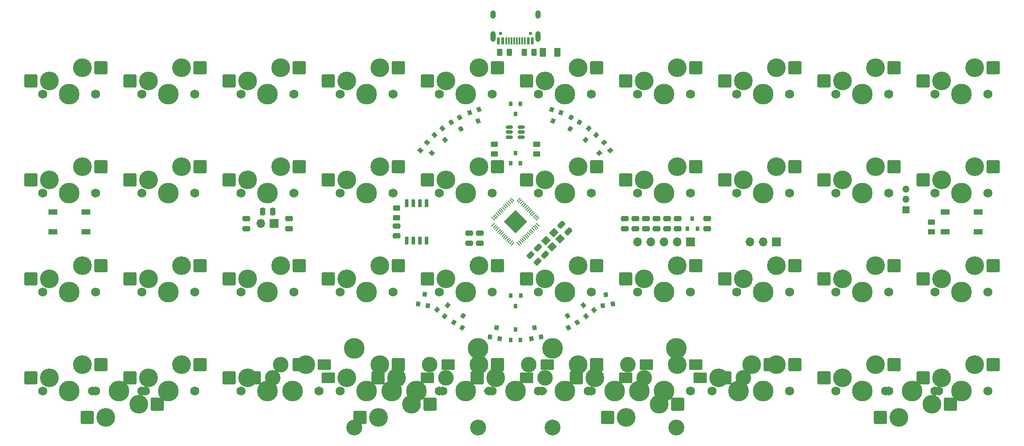
<source format=gbr>
%TF.GenerationSoftware,KiCad,Pcbnew,7.0.8*%
%TF.CreationDate,2023-10-05T16:55:04+02:00*%
%TF.ProjectId,Endeavour-2,456e6465-6176-46f7-9572-2d322e6b6963,rev?*%
%TF.SameCoordinates,Original*%
%TF.FileFunction,Soldermask,Bot*%
%TF.FilePolarity,Negative*%
%FSLAX46Y46*%
G04 Gerber Fmt 4.6, Leading zero omitted, Abs format (unit mm)*
G04 Created by KiCad (PCBNEW 7.0.8) date 2023-10-05 16:55:04*
%MOMM*%
%LPD*%
G01*
G04 APERTURE LIST*
G04 Aperture macros list*
%AMRoundRect*
0 Rectangle with rounded corners*
0 $1 Rounding radius*
0 $2 $3 $4 $5 $6 $7 $8 $9 X,Y pos of 4 corners*
0 Add a 4 corners polygon primitive as box body*
4,1,4,$2,$3,$4,$5,$6,$7,$8,$9,$2,$3,0*
0 Add four circle primitives for the rounded corners*
1,1,$1+$1,$2,$3*
1,1,$1+$1,$4,$5*
1,1,$1+$1,$6,$7*
1,1,$1+$1,$8,$9*
0 Add four rect primitives between the rounded corners*
20,1,$1+$1,$2,$3,$4,$5,0*
20,1,$1+$1,$4,$5,$6,$7,0*
20,1,$1+$1,$6,$7,$8,$9,0*
20,1,$1+$1,$8,$9,$2,$3,0*%
%AMRotRect*
0 Rectangle, with rotation*
0 The origin of the aperture is its center*
0 $1 length*
0 $2 width*
0 $3 Rotation angle, in degrees counterclockwise*
0 Add horizontal line*
21,1,$1,$2,0,0,$3*%
G04 Aperture macros list end*
%ADD10C,3.048000*%
%ADD11C,3.987800*%
%ADD12C,0.650000*%
%ADD13R,0.600000X1.450000*%
%ADD14R,0.300000X1.450000*%
%ADD15O,1.000000X1.600000*%
%ADD16O,1.000000X2.100000*%
%ADD17C,1.750000*%
%ADD18C,3.600000*%
%ADD19RoundRect,0.250000X1.025000X1.000000X-1.025000X1.000000X-1.025000X-1.000000X1.025000X-1.000000X0*%
%ADD20RoundRect,0.250000X0.475000X-0.250000X0.475000X0.250000X-0.475000X0.250000X-0.475000X-0.250000X0*%
%ADD21RotRect,0.900000X0.800000X310.000000*%
%ADD22RotRect,0.900000X0.800000X80.000000*%
%ADD23RoundRect,0.250000X0.262500X0.450000X-0.262500X0.450000X-0.262500X-0.450000X0.262500X-0.450000X0*%
%ADD24RotRect,0.900000X0.800000X290.000000*%
%ADD25RotRect,1.400000X1.200000X45.000000*%
%ADD26RoundRect,0.250000X-1.025000X-1.000000X1.025000X-1.000000X1.025000X1.000000X-1.025000X1.000000X0*%
%ADD27R,0.800000X0.900000*%
%ADD28C,3.000000*%
%ADD29RoundRect,0.200000X1.075000X0.800000X-1.075000X0.800000X-1.075000X-0.800000X1.075000X-0.800000X0*%
%ADD30RoundRect,0.250000X-0.262500X-0.450000X0.262500X-0.450000X0.262500X0.450000X-0.262500X0.450000X0*%
%ADD31RoundRect,0.250000X-0.512652X-0.159099X-0.159099X-0.512652X0.512652X0.159099X0.159099X0.512652X0*%
%ADD32RoundRect,0.250000X-0.503814X-0.132583X-0.132583X-0.503814X0.503814X0.132583X0.132583X0.503814X0*%
%ADD33R,1.350000X1.350000*%
%ADD34O,1.350000X1.350000*%
%ADD35RoundRect,0.250000X-0.375000X-0.625000X0.375000X-0.625000X0.375000X0.625000X-0.375000X0.625000X0*%
%ADD36RotRect,0.900000X0.800000X120.000000*%
%ADD37RotRect,0.900000X0.800000X100.000000*%
%ADD38RotRect,0.900000X0.800000X320.000000*%
%ADD39RotRect,0.900000X0.800000X300.000000*%
%ADD40RoundRect,0.250000X-0.450000X0.262500X-0.450000X-0.262500X0.450000X-0.262500X0.450000X0.262500X0*%
%ADD41RoundRect,0.150000X-0.512500X-0.150000X0.512500X-0.150000X0.512500X0.150000X-0.512500X0.150000X0*%
%ADD42RotRect,0.900000X0.800000X220.000000*%
%ADD43R,1.700000X1.700000*%
%ADD44O,1.700000X1.700000*%
%ADD45RotRect,0.900000X0.800000X230.000000*%
%ADD46RotRect,0.900000X0.800000X250.000000*%
%ADD47RotRect,0.900000X0.800000X130.000000*%
%ADD48RotRect,0.900000X0.800000X60.000000*%
%ADD49R,1.700000X1.000000*%
%ADD50RoundRect,0.250000X0.250000X0.475000X-0.250000X0.475000X-0.250000X-0.475000X0.250000X-0.475000X0*%
%ADD51C,1.000000*%
%ADD52RoundRect,0.250000X-0.475000X0.250000X-0.475000X-0.250000X0.475000X-0.250000X0.475000X0.250000X0*%
%ADD53RotRect,0.900000X0.800000X240.000000*%
%ADD54RoundRect,0.050000X0.238649X0.309359X-0.309359X-0.238649X-0.238649X-0.309359X0.309359X0.238649X0*%
%ADD55RoundRect,0.050000X-0.238649X0.309359X-0.309359X0.238649X0.238649X-0.309359X0.309359X-0.238649X0*%
%ADD56RoundRect,0.144000X0.000000X2.059095X-2.059095X0.000000X0.000000X-2.059095X2.059095X0.000000X0*%
%ADD57RoundRect,0.250000X0.450000X-0.262500X0.450000X0.262500X-0.450000X0.262500X-0.450000X-0.262500X0*%
%ADD58RoundRect,0.150000X-0.150000X0.650000X-0.150000X-0.650000X0.150000X-0.650000X0.150000X0.650000X0*%
%ADD59RotRect,0.900000X0.800000X50.000000*%
G04 APERTURE END LIST*
D10*
%TO.C,REF\u002A\u002A*%
X139571250Y-99465000D03*
D11*
X139571250Y-84225000D03*
D10*
X115758750Y-99465000D03*
D11*
X115758750Y-84225000D03*
%TD*%
D10*
%TO.C,REF\u002A\u002A*%
X177671250Y-99465000D03*
D11*
X177671250Y-84225000D03*
D10*
X153858750Y-99465000D03*
D11*
X153858750Y-84225000D03*
%TD*%
D12*
%TO.C,J1*%
X143825000Y-23642500D03*
X149605000Y-23642500D03*
D13*
X143465000Y-25087500D03*
X144265000Y-25087500D03*
D14*
X145465000Y-25087500D03*
X146465000Y-25087500D03*
X146965000Y-25087500D03*
X147965000Y-25087500D03*
D13*
X149165000Y-25087500D03*
X149965000Y-25087500D03*
X149965000Y-25087500D03*
X149165000Y-25087500D03*
D14*
X148465000Y-25087500D03*
X147465000Y-25087500D03*
X145965000Y-25087500D03*
X144965000Y-25087500D03*
D13*
X144265000Y-25087500D03*
X143465000Y-25087500D03*
D15*
X142395000Y-19992500D03*
D16*
X142395000Y-24172500D03*
D15*
X151035000Y-19992500D03*
D16*
X151035000Y-24172500D03*
%TD*%
D17*
%TO.C,K20*%
X66070000Y-73430000D03*
D11*
X60990000Y-73430000D03*
D17*
X55910000Y-73430000D03*
D18*
X57180000Y-70890000D03*
D19*
X53630000Y-70890000D03*
X67080000Y-68350000D03*
D18*
X63530000Y-68350000D03*
%TD*%
D20*
%TO.C,C5*%
X123850000Y-62560000D03*
X123850000Y-60660000D03*
%TD*%
D21*
%TO.C,D10*%
X131189470Y-43154604D03*
X132644955Y-41933307D03*
X133202788Y-44076044D03*
%TD*%
D22*
%TO.C,D19*%
X143651919Y-82399774D03*
X141780784Y-82069842D03*
X143063648Y-80265192D03*
%TD*%
D17*
%TO.C,K18*%
X218470000Y-54380000D03*
D11*
X213390000Y-54380000D03*
D17*
X208310000Y-54380000D03*
D18*
X209580000Y-51840000D03*
D19*
X206030000Y-51840000D03*
X219480000Y-49300000D03*
D18*
X215930000Y-49300000D03*
%TD*%
D23*
%TO.C,R7*%
X145532500Y-27230000D03*
X143707500Y-27230000D03*
%TD*%
D24*
%TO.C,D2*%
X137925272Y-38875227D03*
X139710688Y-38225388D03*
X139502020Y-40429693D03*
%TD*%
D17*
%TO.C,K23*%
X123220000Y-73430000D03*
D11*
X118140000Y-73430000D03*
D17*
X113060000Y-73430000D03*
D18*
X114330000Y-70890000D03*
D19*
X110780000Y-70890000D03*
X124230000Y-68350000D03*
D18*
X120680000Y-68350000D03*
%TD*%
D17*
%TO.C,K9*%
X237520000Y-35330000D03*
D11*
X232440000Y-35330000D03*
D17*
X227360000Y-35330000D03*
D18*
X228630000Y-32790000D03*
D19*
X225080000Y-32790000D03*
X238530000Y-30250000D03*
D18*
X234980000Y-30250000D03*
%TD*%
D25*
%TO.C,Y0*%
X152551142Y-63496777D03*
X154106777Y-61941142D03*
X155308858Y-63143223D03*
X153753223Y-64698858D03*
%TD*%
D17*
%TO.C,K22*%
X104170000Y-73430000D03*
D11*
X99090000Y-73430000D03*
D17*
X94010000Y-73430000D03*
D18*
X95280000Y-70890000D03*
D19*
X91730000Y-70890000D03*
X105180000Y-68350000D03*
D18*
X101630000Y-68350000D03*
%TD*%
D17*
%TO.C,1.5u2*%
X165447500Y-92480000D03*
D11*
X170527500Y-92480000D03*
D17*
X175607500Y-92480000D03*
D18*
X174337500Y-95020000D03*
D26*
X177887500Y-95020000D03*
X164437500Y-97560000D03*
D18*
X167987500Y-97560000D03*
%TD*%
D27*
%TO.C,D3*%
X145765000Y-37140000D03*
X147665000Y-37140000D03*
X146715000Y-39140000D03*
%TD*%
D17*
%TO.C,1u8*%
X237520000Y-92480000D03*
D11*
X232440000Y-92480000D03*
D17*
X227360000Y-92480000D03*
D18*
X228630000Y-89940000D03*
D19*
X225080000Y-89940000D03*
X238530000Y-87400000D03*
D18*
X234980000Y-87400000D03*
%TD*%
D17*
%TO.C,1u_space1*%
X65435000Y-92480000D03*
D11*
X70515000Y-92480000D03*
D17*
X75595000Y-92480000D03*
D18*
X74325000Y-95020000D03*
D26*
X77875000Y-95020000D03*
X64425000Y-97560000D03*
D18*
X67975000Y-97560000D03*
%TD*%
D17*
%TO.C,2u2*%
X161320000Y-92480000D03*
D11*
X156240000Y-92480000D03*
D28*
X152430000Y-89940000D03*
D17*
X151160000Y-92480000D03*
D29*
X148880000Y-89940000D03*
D19*
X162330000Y-87400000D03*
D18*
X158780000Y-87400000D03*
%TD*%
D17*
%TO.C,K19*%
X237520000Y-54380000D03*
D11*
X232440000Y-54380000D03*
D17*
X227360000Y-54380000D03*
D18*
X228630000Y-51840000D03*
D19*
X225080000Y-51840000D03*
X238530000Y-49300000D03*
D18*
X234980000Y-49300000D03*
%TD*%
D27*
%TO.C,D8*%
X147665000Y-48630000D03*
X145765000Y-48630000D03*
X146715000Y-46630000D03*
%TD*%
D30*
%TO.C,R6*%
X148427500Y-27230000D03*
X150252500Y-27230000D03*
%TD*%
D31*
%TO.C,C3*%
X151030000Y-64870000D03*
X152373502Y-66213502D03*
%TD*%
D32*
%TO.C,R5*%
X149644765Y-66304765D03*
X150935235Y-67595235D03*
%TD*%
D17*
%TO.C,K5*%
X161320000Y-35330000D03*
D11*
X156240000Y-35330000D03*
D17*
X151160000Y-35330000D03*
D18*
X152430000Y-32790000D03*
D19*
X148880000Y-32790000D03*
X162330000Y-30250000D03*
D18*
X158780000Y-30250000D03*
%TD*%
D31*
%TO.C,C2*%
X155516498Y-60406498D03*
X156860000Y-61750000D03*
%TD*%
D20*
%TO.C,C11*%
X169790000Y-61180000D03*
X169790000Y-59280000D03*
%TD*%
D33*
%TO.C,J2*%
X221710000Y-57570000D03*
D34*
X221710000Y-55570000D03*
X221710000Y-53570000D03*
%TD*%
D35*
%TO.C,F0*%
X152000000Y-27230000D03*
X154800000Y-27230000D03*
%TD*%
D36*
%TO.C,D16*%
X158572724Y-79271025D03*
X156927276Y-80221025D03*
X156750000Y-78013975D03*
%TD*%
D17*
%TO.C,2u4*%
X170845000Y-92480000D03*
D28*
X168305000Y-87400000D03*
D11*
X165765000Y-92480000D03*
D17*
X160685000Y-92480000D03*
D18*
X161955000Y-89940000D03*
D19*
X158405000Y-89940000D03*
D29*
X171855000Y-87400000D03*
%TD*%
D37*
%TO.C,D14*%
X165399216Y-75679842D03*
X163528081Y-76009774D03*
X164116352Y-73875192D03*
%TD*%
D38*
%TO.C,D9*%
X128463307Y-46104955D03*
X129684604Y-44649470D03*
X130606044Y-46662788D03*
%TD*%
D17*
%TO.C,K3*%
X123220000Y-35330000D03*
D11*
X118140000Y-35330000D03*
D17*
X113060000Y-35330000D03*
D18*
X114330000Y-32790000D03*
D19*
X110780000Y-32790000D03*
X124230000Y-30250000D03*
D18*
X120680000Y-30250000D03*
%TD*%
D20*
%TO.C,C7*%
X103220000Y-61180000D03*
X103220000Y-59280000D03*
%TD*%
D17*
%TO.C,1u6*%
X199420000Y-92480000D03*
D11*
X194340000Y-92480000D03*
D28*
X190530000Y-89940000D03*
D17*
X189260000Y-92480000D03*
D19*
X186980000Y-89940000D03*
X200430000Y-87400000D03*
D18*
X196880000Y-87400000D03*
%TD*%
D17*
%TO.C,K29*%
X237520000Y-73430000D03*
D11*
X232440000Y-73430000D03*
D17*
X227360000Y-73430000D03*
D18*
X228630000Y-70890000D03*
D19*
X225080000Y-70890000D03*
X238530000Y-68350000D03*
D18*
X234980000Y-68350000D03*
%TD*%
D17*
%TO.C,1u_space2*%
X217835000Y-92480000D03*
D11*
X222915000Y-92480000D03*
D17*
X227995000Y-92480000D03*
D18*
X226725000Y-95020000D03*
D26*
X230275000Y-95020000D03*
X216825000Y-97560000D03*
D18*
X220375000Y-97560000D03*
%TD*%
D17*
%TO.C,K12*%
X104170000Y-54380000D03*
D11*
X99090000Y-54380000D03*
D17*
X94010000Y-54380000D03*
D18*
X95280000Y-51840000D03*
D19*
X91730000Y-51840000D03*
X105180000Y-49300000D03*
D18*
X101630000Y-49300000D03*
%TD*%
D17*
%TO.C,K21*%
X85120000Y-73430000D03*
D11*
X80040000Y-73430000D03*
D17*
X74960000Y-73430000D03*
D18*
X76230000Y-70890000D03*
D19*
X72680000Y-70890000D03*
X86130000Y-68350000D03*
D18*
X82580000Y-68350000D03*
%TD*%
D17*
%TO.C,SPACE1*%
X151795000Y-92480000D03*
D28*
X149255000Y-87400000D03*
D11*
X146715000Y-92480000D03*
D17*
X141635000Y-92480000D03*
D18*
X142905000Y-89940000D03*
D19*
X139355000Y-89940000D03*
D29*
X152805000Y-87400000D03*
%TD*%
D39*
%TO.C,D1*%
X134367276Y-40712950D03*
X136012724Y-39762950D03*
X136190000Y-41970000D03*
%TD*%
D40*
%TO.C,R4*%
X142630000Y-44967500D03*
X142630000Y-46792500D03*
%TD*%
D27*
%TO.C,D18*%
X147660000Y-82590000D03*
X145760000Y-82590000D03*
X146710000Y-80590000D03*
%TD*%
D41*
%TO.C,U44*%
X145572500Y-43570000D03*
X145572500Y-42620000D03*
X145572500Y-41670000D03*
X147847500Y-41670000D03*
X147847500Y-42620000D03*
X147847500Y-43570000D03*
%TD*%
D20*
%TO.C,C4*%
X177880000Y-61180000D03*
X177880000Y-59280000D03*
%TD*%
D27*
%TO.C,D13*%
X145820000Y-74070000D03*
X147720000Y-74070000D03*
X146770000Y-76070000D03*
%TD*%
D20*
%TO.C,C12*%
X167750000Y-61180000D03*
X167750000Y-59280000D03*
%TD*%
D17*
%TO.C,K2*%
X104170000Y-35330000D03*
D11*
X99090000Y-35330000D03*
D17*
X94010000Y-35330000D03*
D18*
X95280000Y-32790000D03*
D19*
X91730000Y-32790000D03*
X105180000Y-30250000D03*
D18*
X101630000Y-30250000D03*
%TD*%
D20*
%TO.C,C17*%
X175860000Y-61180000D03*
X175860000Y-59280000D03*
%TD*%
D42*
%TO.C,D7*%
X163735396Y-44649470D03*
X164956693Y-46104955D03*
X162813956Y-46662788D03*
%TD*%
D17*
%TO.C,K17*%
X199420000Y-54380000D03*
D11*
X194340000Y-54380000D03*
D17*
X189260000Y-54380000D03*
D18*
X190530000Y-51840000D03*
D19*
X186980000Y-51840000D03*
X200430000Y-49300000D03*
D18*
X196880000Y-49300000D03*
%TD*%
D17*
%TO.C,K28*%
X218470000Y-73430000D03*
D11*
X213390000Y-73430000D03*
D17*
X208310000Y-73430000D03*
D18*
X209580000Y-70890000D03*
D19*
X206030000Y-70890000D03*
X219480000Y-68350000D03*
D18*
X215930000Y-68350000D03*
%TD*%
D17*
%TO.C,1u1*%
X66070000Y-92480000D03*
D11*
X60990000Y-92480000D03*
D17*
X55910000Y-92480000D03*
D18*
X57180000Y-89940000D03*
D19*
X53630000Y-89940000D03*
X67080000Y-87400000D03*
D18*
X63530000Y-87400000D03*
%TD*%
D17*
%TO.C,K24*%
X142270000Y-73430000D03*
D11*
X137190000Y-73430000D03*
D17*
X132110000Y-73430000D03*
D18*
X133380000Y-70890000D03*
D19*
X129830000Y-70890000D03*
X143280000Y-68350000D03*
D18*
X139730000Y-68350000D03*
%TD*%
D17*
%TO.C,K25*%
X161320000Y-73430000D03*
D11*
X156240000Y-73430000D03*
D17*
X151160000Y-73430000D03*
D18*
X152430000Y-70890000D03*
D19*
X148880000Y-70890000D03*
X162330000Y-68350000D03*
D18*
X158780000Y-68350000D03*
%TD*%
D43*
%TO.C,J0*%
X180380000Y-63730000D03*
D44*
X177840000Y-63730000D03*
X175300000Y-63730000D03*
X172760000Y-63730000D03*
X170220000Y-63730000D03*
%TD*%
D40*
%TO.C,R3*%
X150780000Y-44967500D03*
X150780000Y-46792500D03*
%TD*%
D17*
%TO.C,1u7*%
X218470000Y-92480000D03*
D11*
X213390000Y-92480000D03*
D17*
X208310000Y-92480000D03*
D18*
X209580000Y-89940000D03*
D19*
X206030000Y-89940000D03*
X219480000Y-87400000D03*
D18*
X215930000Y-87400000D03*
%TD*%
D45*
%TO.C,D6*%
X160785045Y-41933307D03*
X162240530Y-43154604D03*
X160227212Y-44076044D03*
%TD*%
D17*
%TO.C,K13*%
X123220000Y-54380000D03*
D11*
X118140000Y-54380000D03*
D17*
X113060000Y-54380000D03*
D18*
X114330000Y-51840000D03*
D19*
X110780000Y-51840000D03*
X124230000Y-49300000D03*
D18*
X120680000Y-49300000D03*
%TD*%
D17*
%TO.C,K0*%
X66070000Y-35330000D03*
D11*
X60990000Y-35330000D03*
D17*
X55910000Y-35330000D03*
D18*
X57180000Y-32790000D03*
D19*
X53630000Y-32790000D03*
X67080000Y-30250000D03*
D18*
X63530000Y-30250000D03*
%TD*%
D17*
%TO.C,1u3*%
X104170000Y-92480000D03*
D28*
X101630000Y-87400000D03*
D11*
X99090000Y-92480000D03*
D17*
X94010000Y-92480000D03*
D18*
X95280000Y-89940000D03*
D19*
X91730000Y-89940000D03*
X105180000Y-87400000D03*
%TD*%
D17*
%TO.C,K26*%
X180370000Y-73430000D03*
D11*
X175290000Y-73430000D03*
D17*
X170210000Y-73430000D03*
D18*
X171480000Y-70890000D03*
D19*
X167930000Y-70890000D03*
X181380000Y-68350000D03*
D18*
X177830000Y-68350000D03*
%TD*%
D46*
%TO.C,D4*%
X153689312Y-38225388D03*
X155474728Y-38875227D03*
X153897980Y-40429693D03*
%TD*%
D17*
%TO.C,K8*%
X218470000Y-35330000D03*
D11*
X213390000Y-35330000D03*
D17*
X208310000Y-35330000D03*
D18*
X209580000Y-32790000D03*
D19*
X206030000Y-32790000D03*
X219480000Y-30250000D03*
D18*
X215930000Y-30250000D03*
%TD*%
D47*
%TO.C,D15*%
X161760530Y-76845396D03*
X160305045Y-78066693D03*
X159747212Y-75923956D03*
%TD*%
D17*
%TO.C,1u4_offset1*%
X108932500Y-92480000D03*
D11*
X103852500Y-92480000D03*
D28*
X100042500Y-89940000D03*
D17*
X98772500Y-92480000D03*
D19*
X96492500Y-89940000D03*
D29*
X109942500Y-87400000D03*
D18*
X106392500Y-87400000D03*
%TD*%
D48*
%TO.C,D20*%
X136492724Y-80221025D03*
X134847276Y-79271025D03*
X136670000Y-78013975D03*
%TD*%
D17*
%TO.C,K14*%
X142270000Y-54380000D03*
D11*
X137190000Y-54380000D03*
D17*
X132110000Y-54380000D03*
D18*
X133380000Y-51840000D03*
D19*
X129830000Y-51840000D03*
X143280000Y-49300000D03*
D18*
X139730000Y-49300000D03*
%TD*%
D17*
%TO.C,1u4*%
X194657500Y-92480000D03*
D11*
X189577500Y-92480000D03*
D17*
X184497500Y-92480000D03*
D18*
X185767500Y-89940000D03*
D29*
X182217500Y-89940000D03*
D19*
X195667500Y-87400000D03*
D18*
X192117500Y-87400000D03*
%TD*%
D49*
%TO.C,SW2*%
X235590000Y-57970000D03*
X229290000Y-57970000D03*
X235590000Y-61770000D03*
X229290000Y-61770000D03*
%TD*%
D27*
%TO.C,U4*%
X181660000Y-61230000D03*
X179760000Y-61230000D03*
X180710000Y-59230000D03*
%TD*%
D17*
%TO.C,1u2*%
X85120000Y-92480000D03*
D11*
X80040000Y-92480000D03*
D17*
X74960000Y-92480000D03*
D18*
X76230000Y-89940000D03*
D19*
X72680000Y-89940000D03*
X86130000Y-87400000D03*
D18*
X82580000Y-87400000D03*
%TD*%
D43*
%TO.C,J3*%
X196865000Y-63755000D03*
D44*
X194325000Y-63755000D03*
X191785000Y-63755000D03*
%TD*%
D50*
%TO.C,C8*%
X100040000Y-57940000D03*
X98140000Y-57940000D03*
%TD*%
D17*
%TO.C,K15*%
X161320000Y-54380000D03*
D11*
X156240000Y-54380000D03*
D17*
X151160000Y-54380000D03*
D18*
X152430000Y-51840000D03*
D19*
X148880000Y-51840000D03*
X162330000Y-49300000D03*
D18*
X158780000Y-49300000D03*
%TD*%
D49*
%TO.C,SW0*%
X64140000Y-57970000D03*
X57840000Y-57970000D03*
X64140000Y-61770000D03*
X57840000Y-61770000D03*
%TD*%
D17*
%TO.C,K7*%
X199420000Y-35330000D03*
D11*
X194340000Y-35330000D03*
D17*
X189260000Y-35330000D03*
D18*
X190530000Y-32790000D03*
D19*
X186980000Y-32790000D03*
X200430000Y-30250000D03*
D18*
X196880000Y-30250000D03*
%TD*%
D17*
%TO.C,K6*%
X180370000Y-35330000D03*
D11*
X175290000Y-35330000D03*
D17*
X170210000Y-35330000D03*
D18*
X171480000Y-32790000D03*
D19*
X167930000Y-32790000D03*
X181380000Y-30250000D03*
D18*
X177830000Y-30250000D03*
%TD*%
D51*
%TO.C,SW1*%
X152315000Y-92480000D03*
X141115000Y-92480000D03*
%TD*%
D17*
%TO.C,1.5u1*%
X117822500Y-92480000D03*
D11*
X122902500Y-92480000D03*
D17*
X127982500Y-92480000D03*
D18*
X126712500Y-95020000D03*
D26*
X130262500Y-95020000D03*
X116812500Y-97560000D03*
D18*
X120362500Y-97560000D03*
%TD*%
D17*
%TO.C,K4*%
X142270000Y-35330000D03*
D11*
X137190000Y-35330000D03*
D17*
X132110000Y-35330000D03*
D18*
X133380000Y-32790000D03*
D19*
X129830000Y-32790000D03*
X143280000Y-30250000D03*
D18*
X139730000Y-30250000D03*
%TD*%
D17*
%TO.C,K16*%
X180370000Y-54380000D03*
D11*
X175290000Y-54380000D03*
D17*
X170210000Y-54380000D03*
D18*
X171480000Y-51840000D03*
D19*
X167930000Y-51840000D03*
X181380000Y-49300000D03*
D18*
X177830000Y-49300000D03*
%TD*%
D40*
%TO.C,R1*%
X123850000Y-57245000D03*
X123850000Y-59070000D03*
%TD*%
D17*
%TO.C,K27*%
X199420000Y-73430000D03*
D11*
X194340000Y-73430000D03*
D17*
X189260000Y-73430000D03*
D18*
X190530000Y-70890000D03*
D19*
X186980000Y-70890000D03*
X200430000Y-68350000D03*
D18*
X196880000Y-68350000D03*
%TD*%
D17*
%TO.C,2u3*%
X142270000Y-92480000D03*
D11*
X137190000Y-92480000D03*
D28*
X133380000Y-89940000D03*
D17*
X132110000Y-92480000D03*
D29*
X129830000Y-89940000D03*
D19*
X143280000Y-87400000D03*
D18*
X139730000Y-87400000D03*
%TD*%
D52*
%TO.C,C1*%
X183570000Y-59280000D03*
X183570000Y-61180000D03*
%TD*%
D53*
%TO.C,D5*%
X157397276Y-39762950D03*
X159042724Y-40712950D03*
X157220000Y-41970000D03*
%TD*%
D20*
%TO.C,C9*%
X171810000Y-61180000D03*
X171810000Y-59280000D03*
%TD*%
D54*
%TO.C,U3*%
X147307202Y-55600843D03*
X147590045Y-55883686D03*
X147872887Y-56166528D03*
X148155730Y-56449371D03*
X148438573Y-56732214D03*
X148721415Y-57015056D03*
X149004258Y-57297899D03*
X149287101Y-57580742D03*
X149569944Y-57863585D03*
X149852786Y-58146427D03*
X150135629Y-58429270D03*
X150418472Y-58712113D03*
X150701314Y-58994955D03*
X150984157Y-59277798D03*
D55*
X150984157Y-60462202D03*
X150701314Y-60745045D03*
X150418472Y-61027887D03*
X150135629Y-61310730D03*
X149852786Y-61593573D03*
X149569944Y-61876415D03*
X149287101Y-62159258D03*
X149004258Y-62442101D03*
X148721415Y-62724944D03*
X148438573Y-63007786D03*
X148155730Y-63290629D03*
X147872887Y-63573472D03*
X147590045Y-63856314D03*
X147307202Y-64139157D03*
D54*
X146122798Y-64139157D03*
X145839955Y-63856314D03*
X145557113Y-63573472D03*
X145274270Y-63290629D03*
X144991427Y-63007786D03*
X144708585Y-62724944D03*
X144425742Y-62442101D03*
X144142899Y-62159258D03*
X143860056Y-61876415D03*
X143577214Y-61593573D03*
X143294371Y-61310730D03*
X143011528Y-61027887D03*
X142728686Y-60745045D03*
X142445843Y-60462202D03*
D55*
X142445843Y-59277798D03*
X142728686Y-58994955D03*
X143011528Y-58712113D03*
X143294371Y-58429270D03*
X143577214Y-58146427D03*
X143860056Y-57863585D03*
X144142899Y-57580742D03*
X144425742Y-57297899D03*
X144708585Y-57015056D03*
X144991427Y-56732214D03*
X145274270Y-56449371D03*
X145557113Y-56166528D03*
X145839955Y-55883686D03*
X146122798Y-55600843D03*
D56*
X146715000Y-59870000D03*
%TD*%
D20*
%TO.C,C10*%
X139890000Y-63980000D03*
X139890000Y-62080000D03*
%TD*%
D57*
%TO.C,R8*%
X226630000Y-61802500D03*
X226630000Y-59977500D03*
%TD*%
D22*
%TO.C,D12*%
X129890000Y-75990000D03*
X128018865Y-75660068D03*
X129301729Y-73855418D03*
%TD*%
D17*
%TO.C,2u_1.25option1*%
X132745000Y-92480000D03*
D28*
X130205000Y-87400000D03*
D11*
X127665000Y-92480000D03*
D17*
X122585000Y-92480000D03*
D18*
X123855000Y-89940000D03*
D19*
X120305000Y-89940000D03*
D29*
X133755000Y-87400000D03*
%TD*%
D43*
%TO.C,J4*%
X100365000Y-60230000D03*
D44*
X97825000Y-60230000D03*
%TD*%
D17*
%TO.C,K11*%
X85120000Y-54380000D03*
D11*
X80040000Y-54380000D03*
D17*
X74960000Y-54380000D03*
D18*
X76230000Y-51840000D03*
D19*
X72680000Y-51840000D03*
X86130000Y-49300000D03*
D18*
X82580000Y-49300000D03*
%TD*%
D17*
%TO.C,1.5u3*%
X180370000Y-92480000D03*
D11*
X175290000Y-92480000D03*
D28*
X171480000Y-89940000D03*
D17*
X170210000Y-92480000D03*
D29*
X167930000Y-89940000D03*
X181380000Y-87400000D03*
D18*
X177830000Y-87400000D03*
%TD*%
D37*
%TO.C,D17*%
X151649216Y-82069842D03*
X149778081Y-82399774D03*
X150366352Y-80265192D03*
%TD*%
D20*
%TO.C,C6*%
X94970000Y-61180000D03*
X94970000Y-59280000D03*
%TD*%
D58*
%TO.C,U2*%
X125805000Y-56270000D03*
X127075000Y-56270000D03*
X128345000Y-56270000D03*
X129615000Y-56270000D03*
X129615000Y-63470000D03*
X128345000Y-63470000D03*
X127075000Y-63470000D03*
X125805000Y-63470000D03*
%TD*%
D17*
%TO.C,K1*%
X85120000Y-35330000D03*
D11*
X80040000Y-35330000D03*
D17*
X74960000Y-35330000D03*
D18*
X76230000Y-32790000D03*
D19*
X72680000Y-32790000D03*
X86130000Y-30250000D03*
D18*
X82580000Y-30250000D03*
%TD*%
D20*
%TO.C,C14*%
X137880000Y-63980000D03*
X137880000Y-62080000D03*
%TD*%
D59*
%TO.C,D11*%
X133134955Y-78046693D03*
X131679470Y-76825396D03*
X133692788Y-75903956D03*
%TD*%
D17*
%TO.C,2u1*%
X123220000Y-92480000D03*
D11*
X118140000Y-92480000D03*
D17*
X113060000Y-92480000D03*
D18*
X114330000Y-89940000D03*
D29*
X110780000Y-89940000D03*
D19*
X124230000Y-87400000D03*
D18*
X120680000Y-87400000D03*
%TD*%
D20*
%TO.C,C13*%
X173840000Y-61180000D03*
X173840000Y-59280000D03*
%TD*%
D17*
%TO.C,K10*%
X66070000Y-54380000D03*
D11*
X60990000Y-54380000D03*
D17*
X55910000Y-54380000D03*
D18*
X57180000Y-51840000D03*
D19*
X53630000Y-51840000D03*
X67080000Y-49300000D03*
D18*
X63530000Y-49300000D03*
%TD*%
M02*

</source>
